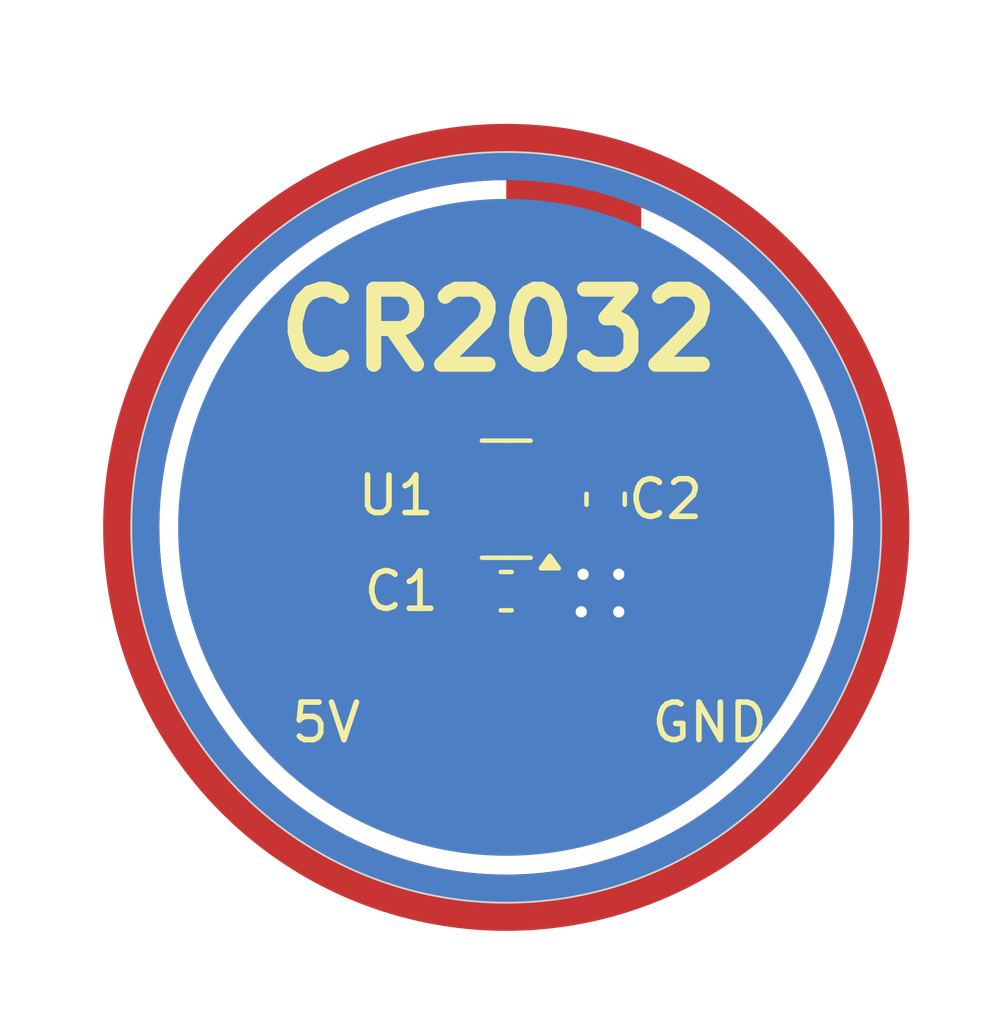
<source format=kicad_pcb>
(kicad_pcb (version 20240108) (generator "pcbnew") (generator_version "8.0")
  (layers (0 "F.Cu" signal) (31 "B.Cu" signal) (34 "B.Paste" user) (35 "F.Paste" user) (36 "B.SilkS" user "B.Silkscreen") (37 "F.SilkS" user "F.Silkscreen") (38 "B.Mask" user) (39 "F.Mask" user) (44 "Edge.Cuts" user))
  (net 0 "")
  (net 1 "GND")
  (net 2 "+5V")
  (net 3 "+3V0")
  (footprint "Capacitor_SMD:C_0603_1608Metric_Pad1.08x0.95mm_HandSolder" (layer "F.Cu") (at 152.65 99.25 -90)
    (property "Reference" "C2" (at 0 -1.6 360) (layer "F.SilkS"))
    (property "Value" "0.47uF")
    (fp_line (start -0.146267 0.51) (end 0.146267 0.51) (stroke (width 0.12)) (layer "F.SilkS"))
    (fp_line (start -0.146267 -0.51) (end 0.146267 -0.51) (stroke (width 0.12)) (layer "F.SilkS"))
    (pad "1" smd roundrect (at -0.8625 0 270) (size 1.075 0.95) (layers "F.Cu" "F.Paste" "F.Mask") (net 3 "+3V0"))
    (pad "2" smd roundrect (at 0.8625 0 270) (size 1.075 0.95) (layers "F.Cu" "F.Paste" "F.Mask") (net 1 "GND"))
  )
  (footprint "Capacitor_SMD:C_0603_1608Metric_Pad1.08x0.95mm_HandSolder" (layer "F.Cu") (at 150 101.7)
    (property "Reference" "C1" (at -2.8 0 180) (layer "F.SilkS"))
    (property "Value" "0.1uF")
    (fp_line (start -0.146267 -0.51) (end 0.146267 -0.51) (stroke (width 0.12)) (layer "F.SilkS"))
    (fp_line (start -0.146267 0.51) (end 0.146267 0.51) (stroke (width 0.12)) (layer "F.SilkS"))
    (pad "1" smd roundrect (at -0.8625 0) (size 1.075 0.95) (layers "F.Cu" "F.Paste" "F.Mask") (net 2 "+5V"))
    (pad "2" smd roundrect (at 0.8625 0) (size 1.075 0.95) (layers "F.Cu" "F.Paste" "F.Mask") (net 1 "GND"))
  )
  (footprint "Package_TO_SOT_SMD:SOT-23" (layer "F.Cu") (at 150 99.25 180)
    (property "Reference" "U1" (at 2.9375 0.1 360) (layer "F.SilkS"))
    (property "Value" "TPS7A0530PDBZ")
    (fp_line (start 0 1.56) (end 0.65 1.56) (stroke (width 0.12)) (layer "F.SilkS"))
    (fp_line (start 0 1.56) (end -0.65 1.56) (stroke (width 0.12)) (layer "F.SilkS"))
    (fp_line (start 0 -1.56) (end 0.65 -1.56) (stroke (width 0.12)) (layer "F.SilkS"))
    (fp_line (start 0 -1.56) (end -0.65 -1.56) (stroke (width 0.12)) (layer "F.SilkS"))
    (fp_poly (pts (xy -1.1625 -1.51) (xy -1.4025 -1.84) (xy -0.9225 -1.84) (xy -1.1625 -1.51)) (stroke (width 0.12)) (fill solid) (layer "F.SilkS"))
    (pad "1" smd roundrect (at -0.9375 -0.95 180) (size 1.475 0.6) (layers "F.Cu" "F.Paste" "F.Mask") (net 1 "GND"))
    (pad "2" smd roundrect (at -0.9375 0.95 180) (size 1.475 0.6) (layers "F.Cu" "F.Paste" "F.Mask") (net 3 "+3V0"))
    (pad "3" smd roundrect (at 0.9375 0 180) (size 1.475 0.6) (layers "F.Cu" "F.Paste" "F.Mask") (net 2 "+5V"))
  )
  (footprint "buttoncell-insert:Solder Pads 01x01" (layer "F.Cu") (at 148 105.25 180)
    (property "Reference" "J2" (hide yes))
    (property "Value" "Conn_01x01" (hide yes))
    (pad "1" smd roundrect (at 0 0 180) (size 3 4) (layers "F.Cu" "F.Mask") (roundrect_rratio 0.125) (net 2 "+5V"))
  )
  (footprint "buttoncell-insert:Solder Pads 01x01" (layer "F.Cu") (at 152 105.25 180)
    (property "Reference" "J1" (hide yes))
    (property "Value" "Conn 01x01" (hide yes))
    (pad "1" smd roundrect (at 0 0 180) (size 3 4) (layers "F.Cu" "F.Mask") (roundrect_rratio 0.125) (net 1 "GND"))
  )
  (gr_circle (center 150 100) (end 160 100) (stroke (width 1.5)) (fill none) (layer "F.Cu") (net 3))
  (gr_circle (center 150 100) (end 158.75 100) (fill solid) (layer "B.Cu") (net 1))
  (gr_circle (center 150 100) (end 160 100) (stroke (width 0.05)) (fill none) (layer "Edge.Cuts"))
  (gr_text "5V" (at 146.2 105.2 0) (layer "F.SilkS") (effects (font (size 1 1)) (justify right)))
  (gr_text "GND" (at 153.8 105.2 0) (layer "F.SilkS") (effects (font (size 1 1)) (justify left)))
  (gr_text "CR2032" (at 149.8 94.75 0) (layer "F.SilkS") (effects (font (size 2 2) (thickness 0.4) (bold yes))))
  (via (at 152.05 101.25) (size 0.6) (drill 0.3) (layers "F.Cu" "B.Cu") (net 1))
  (via (at 153 102.25) (size 0.6) (drill 0.3) (layers "F.Cu" "B.Cu") (net 1))
  (via (at 152 102.25) (size 0.6) (drill 0.3) (layers "F.Cu" "B.Cu") (net 1))
  (via (at 153 101.25) (size 0.6) (drill 0.3) (layers "F.Cu" "B.Cu") (net 1))
  (zone (net 1) (net_name "GND") (layer "F.Cu") (connect_pads yes (clearance 0.2)) (min_thickness 0.15) (fill yes (thermal_gap 0.5) (thermal_bridge_width 0.5) (smoothing fillet) (radius 0.5))
    (polygon (pts (xy 150.25 107.5) (xy 150.25 99.5) (xy 153.75 99.5) (xy 153.75 107.5)))
  )
  (zone (net 3) (net_name "+3V0") (layer "F.Cu") (priority 2) (connect_pads yes (clearance 0.2)) (min_thickness 0.15) (fill yes (thermal_gap 0.5) (thermal_bridge_width 0.5) (smoothing fillet) (radius 0.5))
    (polygon (pts (xy 150 99) (xy 150 85.95) (xy 153.6 85.95) (xy 153.6 99)))
  )
  (zone (net 2) (net_name "+5V") (layer "F.Cu") (priority 1) (connect_pads yes (clearance 0.2)) (min_thickness 0.15) (fill yes (thermal_gap 0.5) (thermal_bridge_width 0.5) (smoothing fillet) (radius 0.5))
    (polygon (pts (xy 149.75 107.5) (xy 149.75 98.75) (xy 148 98.75) (xy 146.25 103.25) (xy 146.25 107.5)))
  )
  (zone (net 3) (net_name "+3V0") (layer "B.Cu") (connect_pads yes (clearance 0.5)) (min_thickness 0.25) (fill yes (thermal_gap 0.5) (thermal_bridge_width 0.5) (smoothing fillet) (radius 5))
    (polygon (pts (xy 136.5 113.25) (xy 163.25 113.25) (xy 163.25 86.75) (xy 136.5 86.75)))
  )
)
</source>
